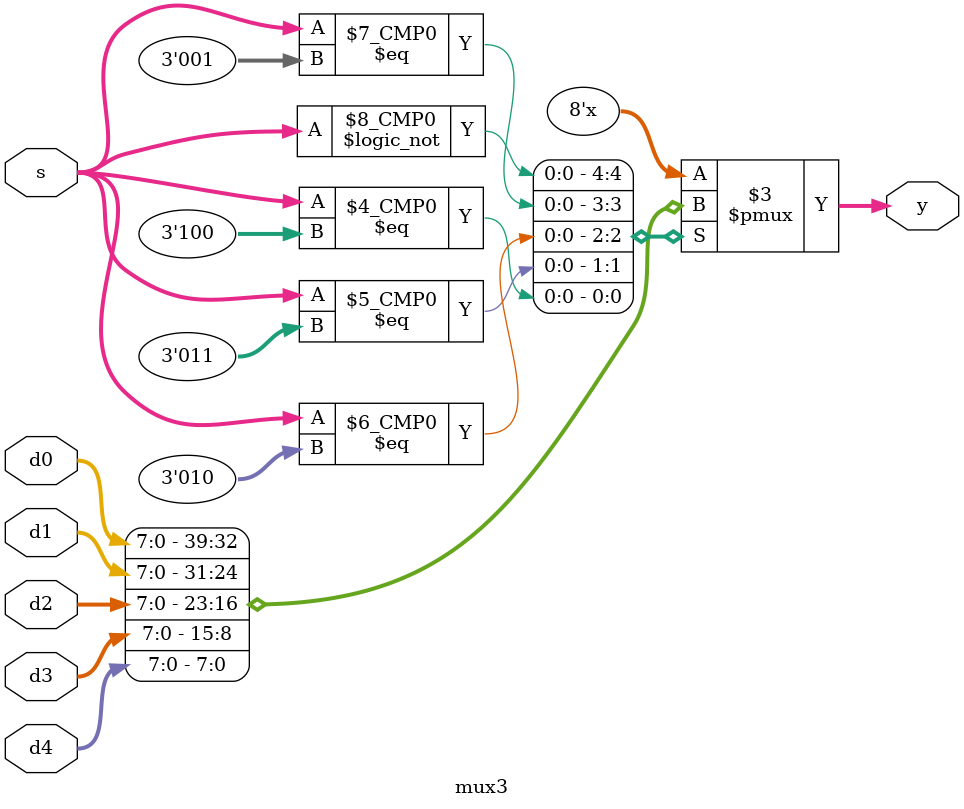
<source format=sv>

`timescale 1ns / 1ps


module mux3 #(parameter WIDTH = 8)
            (input logic [WIDTH-1:0] d0, d1, d2, d3, d4,
             input logic [2:0]        s,
             output logic [WIDTH-1:0] y);

    //assign y = s[1] ? d2 : (s[0] ? d1 : d0);

always_comb
    case(s)
        3'b000: y = d0;
        3'b001: y = d1;
        3'b010: y = d2;
        3'b011: y = d3;
        3'b100: y = d4;
        default:;
    endcase
 
endmodule

</source>
